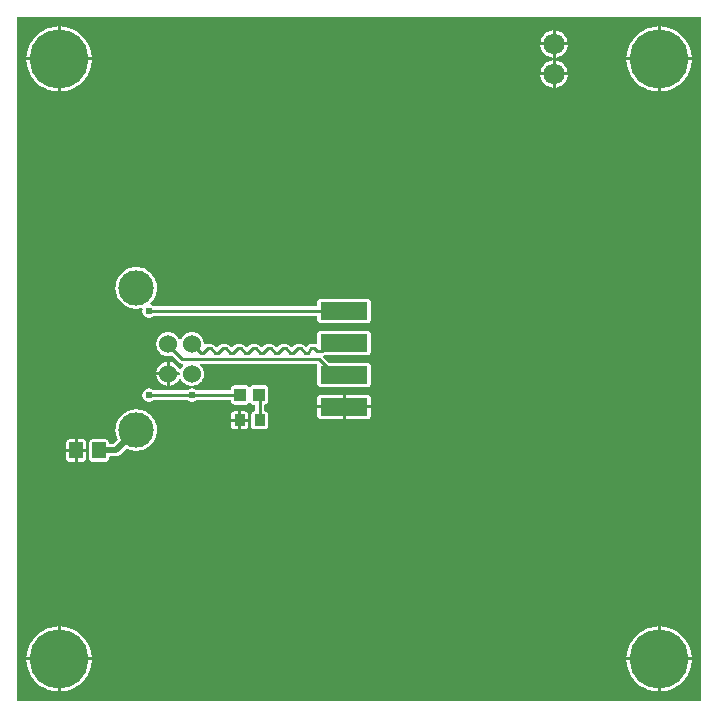
<source format=gtl>
G04 Layer: TopLayer*
G04 EasyEDA v6.5.34, 2023-08-21 18:11:39*
G04 18117bc33d304e9eae86a0e3f177fe8b,5a6b42c53f6a479593ecc07194224c93,10*
G04 Gerber Generator version 0.2*
G04 Scale: 100 percent, Rotated: No, Reflected: No *
G04 Dimensions in millimeters *
G04 leading zeros omitted , absolute positions ,4 integer and 5 decimal *
%FSLAX45Y45*%
%MOMM*%

%AMMACRO1*21,1,$1,$2,0,0,$3*%
%ADD10C,0.5000*%
%ADD11C,0.2540*%
%ADD12R,4.0000X1.5000*%
%ADD13MACRO1,1.377X1.1325X-90.0000*%
%ADD14R,0.8999X1.0000*%
%ADD15R,1.0000X1.1000*%
%ADD16C,3.0000*%
%ADD17C,1.5240*%
%ADD18C,5.0000*%
%ADD19C,1.8000*%
%ADD20C,0.6096*%
%ADD21C,0.0167*%

%LPD*%
G36*
X5805932Y25908D02*
G01*
X36068Y26416D01*
X32156Y27178D01*
X28905Y29362D01*
X26670Y32664D01*
X25908Y36576D01*
X25908Y5805932D01*
X26670Y5809792D01*
X28905Y5813094D01*
X32156Y5815330D01*
X36068Y5816092D01*
X5805932Y5816092D01*
X5809792Y5815330D01*
X5813094Y5813094D01*
X5815330Y5809792D01*
X5816092Y5805932D01*
X5816092Y36068D01*
X5815330Y32156D01*
X5813094Y28905D01*
X5809792Y26670D01*
G37*

%LPC*%
G36*
X4584700Y5600700D02*
G01*
X4687112Y5600700D01*
X4686960Y5602528D01*
X4684268Y5616803D01*
X4679746Y5630672D01*
X4673549Y5643829D01*
X4665776Y5656122D01*
X4656480Y5667349D01*
X4645863Y5677306D01*
X4634077Y5685840D01*
X4621326Y5692851D01*
X4607814Y5698236D01*
X4593691Y5701842D01*
X4584700Y5702960D01*
G37*
G36*
X5473700Y105562D02*
G01*
X5478322Y105664D01*
X5501284Y108051D01*
X5523992Y112369D01*
X5546242Y118618D01*
X5567883Y126644D01*
X5588812Y136499D01*
X5608828Y148031D01*
X5627776Y161239D01*
X5645607Y175971D01*
X5662117Y192125D01*
X5677204Y209600D01*
X5690819Y228295D01*
X5702757Y248107D01*
X5713018Y268782D01*
X5721553Y290271D01*
X5728208Y312369D01*
X5733034Y334975D01*
X5735929Y357886D01*
X5736336Y368300D01*
X5473700Y368300D01*
G37*
G36*
X5448300Y105613D02*
G01*
X5448300Y368300D01*
X5185410Y368300D01*
X5187289Y346405D01*
X5191099Y323646D01*
X5196890Y301244D01*
X5204460Y279450D01*
X5213858Y258317D01*
X5224983Y238099D01*
X5237784Y218846D01*
X5252161Y200710D01*
X5267960Y183896D01*
X5285130Y168402D01*
X5303520Y154432D01*
X5323027Y142036D01*
X5343499Y131368D01*
X5364835Y122377D01*
X5386781Y115265D01*
X5409285Y109982D01*
X5432145Y106629D01*
G37*
G36*
X368300Y105613D02*
G01*
X368300Y368300D01*
X105410Y368300D01*
X107289Y346405D01*
X111099Y323646D01*
X116890Y301244D01*
X124460Y279450D01*
X133858Y258317D01*
X144983Y238099D01*
X157784Y218846D01*
X172161Y200710D01*
X187960Y183896D01*
X205130Y168402D01*
X223520Y154432D01*
X243027Y142036D01*
X263499Y131368D01*
X284835Y122377D01*
X306781Y115265D01*
X329285Y109982D01*
X352145Y106629D01*
G37*
G36*
X393700Y393700D02*
G01*
X656336Y393700D01*
X655929Y404063D01*
X653034Y427024D01*
X648208Y449630D01*
X641553Y471728D01*
X633018Y493217D01*
X622757Y513892D01*
X610819Y533654D01*
X597204Y552348D01*
X582117Y569874D01*
X565607Y586028D01*
X547776Y600760D01*
X528828Y613968D01*
X508812Y625500D01*
X487883Y635355D01*
X466242Y643382D01*
X443992Y649630D01*
X421284Y653948D01*
X398322Y656336D01*
X393700Y656437D01*
G37*
G36*
X5473700Y393700D02*
G01*
X5736336Y393700D01*
X5735929Y404063D01*
X5733034Y427024D01*
X5728208Y449630D01*
X5721553Y471728D01*
X5713018Y493217D01*
X5702757Y513892D01*
X5690819Y533654D01*
X5677204Y552348D01*
X5662117Y569874D01*
X5645607Y586028D01*
X5627776Y600760D01*
X5608828Y613968D01*
X5588812Y625500D01*
X5567883Y635355D01*
X5546242Y643382D01*
X5523992Y649630D01*
X5501284Y653948D01*
X5478322Y656336D01*
X5473700Y656437D01*
G37*
G36*
X5185410Y393700D02*
G01*
X5448300Y393700D01*
X5448300Y656386D01*
X5432145Y655370D01*
X5409285Y652018D01*
X5386781Y646734D01*
X5364835Y639572D01*
X5343499Y630631D01*
X5323027Y619912D01*
X5303520Y607568D01*
X5285130Y593598D01*
X5267960Y578104D01*
X5252161Y561289D01*
X5237784Y543153D01*
X5224983Y523900D01*
X5213858Y503682D01*
X5204460Y482549D01*
X5196890Y460756D01*
X5191099Y438353D01*
X5187289Y415594D01*
G37*
G36*
X105410Y393700D02*
G01*
X368300Y393700D01*
X368300Y656386D01*
X352145Y655370D01*
X329285Y652018D01*
X306781Y646734D01*
X284835Y639572D01*
X263499Y630631D01*
X243027Y619912D01*
X223520Y607568D01*
X205130Y593598D01*
X187960Y578104D01*
X172161Y561289D01*
X157784Y543153D01*
X144983Y523900D01*
X133858Y503682D01*
X124460Y482549D01*
X116890Y460756D01*
X111099Y438353D01*
X107289Y415594D01*
G37*
G36*
X469646Y2051608D02*
G01*
X512978Y2051608D01*
X512978Y2133650D01*
X443179Y2133650D01*
X443179Y2078075D01*
X443890Y2071776D01*
X445770Y2066289D01*
X448868Y2061413D01*
X452932Y2057298D01*
X457860Y2054250D01*
X463296Y2052320D01*
G37*
G36*
X538378Y2051608D02*
G01*
X581761Y2051608D01*
X588060Y2052320D01*
X593547Y2054250D01*
X598424Y2057298D01*
X602538Y2061413D01*
X605586Y2066289D01*
X607517Y2071776D01*
X608228Y2078075D01*
X608228Y2133650D01*
X538378Y2133650D01*
G37*
G36*
X662889Y2051608D02*
G01*
X775004Y2051608D01*
X781304Y2052320D01*
X786790Y2054250D01*
X791667Y2057298D01*
X795782Y2061413D01*
X798880Y2066289D01*
X800760Y2071776D01*
X801471Y2078075D01*
X801471Y2085238D01*
X802233Y2089150D01*
X804468Y2092452D01*
X807770Y2094636D01*
X811631Y2095398D01*
X861618Y2095398D01*
X866292Y2095601D01*
X870661Y2096211D01*
X875030Y2097125D01*
X879246Y2098497D01*
X883361Y2100173D01*
X887272Y2102256D01*
X891032Y2104644D01*
X894537Y2107336D01*
X897991Y2110486D01*
X946403Y2158898D01*
X949909Y2161184D01*
X954074Y2161844D01*
X958138Y2160778D01*
X964082Y2157831D01*
X980998Y2151430D01*
X998524Y2146808D01*
X1016406Y2144014D01*
X1034491Y2143099D01*
X1052576Y2144014D01*
X1070508Y2146808D01*
X1087983Y2151430D01*
X1104950Y2157831D01*
X1121156Y2165908D01*
X1136446Y2175662D01*
X1150620Y2186889D01*
X1163624Y2199538D01*
X1175207Y2213406D01*
X1185316Y2228443D01*
X1193800Y2244445D01*
X1200658Y2261209D01*
X1205687Y2278583D01*
X1208938Y2296414D01*
X1210360Y2314448D01*
X1209903Y2332583D01*
X1207566Y2350516D01*
X1203401Y2368143D01*
X1197457Y2385263D01*
X1189786Y2401671D01*
X1180439Y2417165D01*
X1169568Y2431694D01*
X1157274Y2444953D01*
X1143660Y2456942D01*
X1128928Y2467406D01*
X1113180Y2476347D01*
X1096568Y2483561D01*
X1079296Y2489098D01*
X1061567Y2492806D01*
X1043584Y2494635D01*
X1025448Y2494635D01*
X1007465Y2492806D01*
X989736Y2489098D01*
X972464Y2483561D01*
X955852Y2476347D01*
X940104Y2467406D01*
X925372Y2456942D01*
X911758Y2444953D01*
X899464Y2431694D01*
X888593Y2417165D01*
X879246Y2401671D01*
X871575Y2385263D01*
X865632Y2368143D01*
X861466Y2350516D01*
X859129Y2332583D01*
X858672Y2314448D01*
X860094Y2296414D01*
X863346Y2278583D01*
X868375Y2261209D01*
X875182Y2244445D01*
X876096Y2242769D01*
X877265Y2238603D01*
X876655Y2234387D01*
X874318Y2230780D01*
X843737Y2200198D01*
X840435Y2198014D01*
X836523Y2197201D01*
X811631Y2197201D01*
X807770Y2198014D01*
X804468Y2200198D01*
X802233Y2203500D01*
X801471Y2207361D01*
X801471Y2214626D01*
X800760Y2220976D01*
X798880Y2226411D01*
X795782Y2231339D01*
X791667Y2235403D01*
X786790Y2238502D01*
X781304Y2240432D01*
X775004Y2241143D01*
X662889Y2241143D01*
X656590Y2240432D01*
X651103Y2238502D01*
X646226Y2235403D01*
X642112Y2231339D01*
X639013Y2226411D01*
X637133Y2220976D01*
X636422Y2214626D01*
X636422Y2078075D01*
X637133Y2071776D01*
X639013Y2066289D01*
X642112Y2061413D01*
X646226Y2057298D01*
X651103Y2054250D01*
X656590Y2052320D01*
G37*
G36*
X4456887Y5600700D02*
G01*
X4559300Y5600700D01*
X4559300Y5702960D01*
X4550308Y5701842D01*
X4536186Y5698236D01*
X4522673Y5692851D01*
X4509922Y5685840D01*
X4498136Y5677306D01*
X4487519Y5667349D01*
X4478223Y5656122D01*
X4470450Y5643829D01*
X4464253Y5630672D01*
X4459732Y5616803D01*
X4457039Y5602528D01*
G37*
G36*
X443179Y2159050D02*
G01*
X512978Y2159050D01*
X512978Y2241143D01*
X469646Y2241143D01*
X463296Y2240432D01*
X457860Y2238502D01*
X452932Y2235403D01*
X448868Y2231339D01*
X445770Y2226411D01*
X443890Y2220976D01*
X443179Y2214626D01*
G37*
G36*
X538378Y2159050D02*
G01*
X608228Y2159050D01*
X608228Y2214626D01*
X607517Y2220976D01*
X605586Y2226411D01*
X602538Y2231339D01*
X598424Y2235403D01*
X593547Y2238502D01*
X588060Y2240432D01*
X581761Y2241143D01*
X538378Y2241143D01*
G37*
G36*
X5185410Y5473700D02*
G01*
X5448300Y5473700D01*
X5448300Y5736386D01*
X5432145Y5735370D01*
X5409285Y5732018D01*
X5386781Y5726734D01*
X5364835Y5719572D01*
X5343499Y5710631D01*
X5323027Y5699912D01*
X5303520Y5687568D01*
X5285130Y5673598D01*
X5267960Y5658104D01*
X5252161Y5641289D01*
X5237784Y5623153D01*
X5224983Y5603900D01*
X5213858Y5583682D01*
X5204460Y5562549D01*
X5196890Y5540756D01*
X5191099Y5518353D01*
X5187289Y5495594D01*
G37*
G36*
X1864461Y2324404D02*
G01*
X1896211Y2324404D01*
X1896211Y2387600D01*
X1837994Y2387600D01*
X1837994Y2350871D01*
X1838706Y2344521D01*
X1840636Y2339086D01*
X1843684Y2334209D01*
X1847799Y2330094D01*
X1852675Y2326995D01*
X1858162Y2325116D01*
G37*
G36*
X1921611Y2324404D02*
G01*
X1953310Y2324404D01*
X1959660Y2325116D01*
X1965096Y2326995D01*
X1970024Y2330094D01*
X1974088Y2334209D01*
X1977186Y2339086D01*
X1979066Y2344521D01*
X1979777Y2350871D01*
X1979777Y2387600D01*
X1921611Y2387600D01*
G37*
G36*
X2034489Y2324404D02*
G01*
X2123338Y2324404D01*
X2129637Y2325116D01*
X2135124Y2326995D01*
X2140000Y2330094D01*
X2144115Y2334209D01*
X2147163Y2339086D01*
X2149094Y2344521D01*
X2149805Y2350871D01*
X2149805Y2449728D01*
X2149094Y2456027D01*
X2147163Y2461514D01*
X2144115Y2466390D01*
X2140000Y2470505D01*
X2135124Y2473604D01*
X2129637Y2475484D01*
X2126538Y2475839D01*
X2122982Y2476906D01*
X2120087Y2479192D01*
X2118156Y2482342D01*
X2117496Y2485948D01*
X2117496Y2525572D01*
X2118156Y2529179D01*
X2120087Y2532329D01*
X2122982Y2534564D01*
X2126538Y2535631D01*
X2129637Y2535986D01*
X2135124Y2537917D01*
X2140000Y2541016D01*
X2144115Y2545080D01*
X2147163Y2550007D01*
X2149094Y2555443D01*
X2149805Y2561793D01*
X2149805Y2670606D01*
X2149094Y2676956D01*
X2147163Y2682392D01*
X2144115Y2687320D01*
X2140000Y2691384D01*
X2135124Y2694482D01*
X2129637Y2696413D01*
X2123338Y2697124D01*
X2024481Y2697124D01*
X2018131Y2696413D01*
X2012696Y2694482D01*
X2007768Y2691384D01*
X2003704Y2687320D01*
X2002485Y2685440D01*
X1999691Y2682494D01*
X1995932Y2680868D01*
X1991868Y2680868D01*
X1988108Y2682494D01*
X1985314Y2685440D01*
X1984095Y2687320D01*
X1980031Y2691384D01*
X1975104Y2694482D01*
X1969668Y2696413D01*
X1963318Y2697124D01*
X1864461Y2697124D01*
X1858162Y2696413D01*
X1852675Y2694482D01*
X1847799Y2691384D01*
X1843684Y2687320D01*
X1840636Y2682392D01*
X1838706Y2676956D01*
X1837994Y2670606D01*
X1837994Y2665018D01*
X1837232Y2661107D01*
X1835048Y2657856D01*
X1831746Y2655620D01*
X1827834Y2654858D01*
X1550466Y2654858D01*
X1546555Y2655620D01*
X1543253Y2657856D01*
X1541729Y2659380D01*
X1533702Y2665018D01*
X1524762Y2669133D01*
X1515313Y2671673D01*
X1505508Y2672537D01*
X1495704Y2671673D01*
X1486255Y2669133D01*
X1477314Y2665018D01*
X1469288Y2659380D01*
X1467764Y2657856D01*
X1464462Y2655620D01*
X1460550Y2654858D01*
X1187958Y2654858D01*
X1184046Y2655620D01*
X1180744Y2657856D01*
X1179220Y2659380D01*
X1171194Y2665018D01*
X1162253Y2669133D01*
X1152804Y2671673D01*
X1143000Y2672537D01*
X1133195Y2671673D01*
X1123746Y2669133D01*
X1114806Y2665018D01*
X1106779Y2659380D01*
X1099820Y2652420D01*
X1094181Y2644394D01*
X1090066Y2635453D01*
X1087526Y2626004D01*
X1086662Y2616200D01*
X1087526Y2606395D01*
X1090066Y2596946D01*
X1094181Y2588006D01*
X1099820Y2579979D01*
X1106779Y2573020D01*
X1114806Y2567381D01*
X1123746Y2563266D01*
X1133195Y2560726D01*
X1143000Y2559862D01*
X1152804Y2560726D01*
X1162253Y2563266D01*
X1171194Y2567381D01*
X1179220Y2573020D01*
X1180846Y2574645D01*
X1184148Y2576880D01*
X1188059Y2577642D01*
X1460449Y2577642D01*
X1464360Y2576880D01*
X1467662Y2574645D01*
X1469288Y2573020D01*
X1477314Y2567381D01*
X1486255Y2563266D01*
X1495704Y2560726D01*
X1505508Y2559862D01*
X1515313Y2560726D01*
X1524762Y2563266D01*
X1533702Y2567381D01*
X1541729Y2573020D01*
X1543354Y2574645D01*
X1546656Y2576880D01*
X1550568Y2577642D01*
X1827834Y2577642D01*
X1831746Y2576880D01*
X1835048Y2574645D01*
X1837232Y2571394D01*
X1837994Y2567482D01*
X1837994Y2561793D01*
X1838706Y2555443D01*
X1840636Y2550007D01*
X1843684Y2545080D01*
X1847799Y2541016D01*
X1852675Y2537917D01*
X1858162Y2535986D01*
X1864461Y2535275D01*
X1963318Y2535275D01*
X1969668Y2535986D01*
X1975104Y2537917D01*
X1980031Y2541016D01*
X1984095Y2545080D01*
X1985314Y2546959D01*
X1988108Y2549906D01*
X1991868Y2551531D01*
X1995932Y2551531D01*
X1999691Y2549906D01*
X2002485Y2546959D01*
X2003704Y2545080D01*
X2007768Y2541016D01*
X2012696Y2537917D01*
X2018131Y2535986D01*
X2024481Y2535275D01*
X2030120Y2535275D01*
X2034032Y2534513D01*
X2037334Y2532329D01*
X2039518Y2529027D01*
X2040280Y2525115D01*
X2040280Y2485948D01*
X2039620Y2482291D01*
X2037689Y2479192D01*
X2034793Y2476906D01*
X2031238Y2475839D01*
X2028139Y2475484D01*
X2022703Y2473604D01*
X2017775Y2470505D01*
X2013712Y2466390D01*
X2010613Y2461514D01*
X2008682Y2456027D01*
X2007971Y2449728D01*
X2007971Y2350871D01*
X2008682Y2344521D01*
X2010613Y2339086D01*
X2013712Y2334209D01*
X2017775Y2330094D01*
X2022703Y2326995D01*
X2028139Y2325116D01*
G37*
G36*
X1837994Y2413000D02*
G01*
X1896211Y2413000D01*
X1896211Y2476195D01*
X1864461Y2476195D01*
X1858162Y2475484D01*
X1852675Y2473604D01*
X1847799Y2470505D01*
X1843684Y2466390D01*
X1840636Y2461514D01*
X1838706Y2456027D01*
X1837994Y2449728D01*
G37*
G36*
X1921611Y2413000D02*
G01*
X1979777Y2413000D01*
X1979777Y2449728D01*
X1979066Y2456027D01*
X1977186Y2461514D01*
X1974088Y2466390D01*
X1970024Y2470505D01*
X1965096Y2473604D01*
X1959660Y2475484D01*
X1953310Y2476195D01*
X1921611Y2476195D01*
G37*
G36*
X2594559Y2413762D02*
G01*
X2781300Y2413762D01*
X2781300Y2501950D01*
X2568092Y2501950D01*
X2568092Y2440228D01*
X2568803Y2433929D01*
X2570734Y2428443D01*
X2573832Y2423566D01*
X2577896Y2419451D01*
X2582824Y2416352D01*
X2588260Y2414473D01*
G37*
G36*
X2806700Y2413762D02*
G01*
X2993440Y2413762D01*
X2999740Y2414473D01*
X3005226Y2416352D01*
X3010103Y2419451D01*
X3014218Y2423566D01*
X3017316Y2428443D01*
X3019196Y2433929D01*
X3019907Y2440228D01*
X3019907Y2501950D01*
X2806700Y2501950D01*
G37*
G36*
X2806700Y2527350D02*
G01*
X3019907Y2527350D01*
X3019907Y2589072D01*
X3019196Y2595422D01*
X3017316Y2600858D01*
X3014218Y2605786D01*
X3010103Y2609850D01*
X3005226Y2612948D01*
X2999740Y2614879D01*
X2993440Y2615590D01*
X2806700Y2615590D01*
G37*
G36*
X2568092Y2527350D02*
G01*
X2781300Y2527350D01*
X2781300Y2615590D01*
X2594559Y2615590D01*
X2588260Y2614879D01*
X2582824Y2612948D01*
X2577896Y2609850D01*
X2573832Y2605786D01*
X2570734Y2600858D01*
X2568803Y2595422D01*
X2568092Y2589072D01*
G37*
G36*
X105410Y5473700D02*
G01*
X368300Y5473700D01*
X368300Y5736386D01*
X352145Y5735370D01*
X329285Y5732018D01*
X306781Y5726734D01*
X284835Y5719572D01*
X263499Y5710631D01*
X243027Y5699912D01*
X223520Y5687568D01*
X205130Y5673598D01*
X187960Y5658104D01*
X172161Y5641289D01*
X157784Y5623153D01*
X144983Y5603900D01*
X133858Y5583682D01*
X124460Y5562549D01*
X116890Y5540756D01*
X111099Y5518353D01*
X107289Y5495594D01*
G37*
G36*
X393700Y5473700D02*
G01*
X656336Y5473700D01*
X655929Y5484063D01*
X653034Y5507024D01*
X648208Y5529630D01*
X641553Y5551728D01*
X633018Y5573217D01*
X622757Y5593892D01*
X610819Y5613654D01*
X597204Y5632348D01*
X582117Y5649874D01*
X565607Y5666028D01*
X547776Y5680760D01*
X528828Y5693968D01*
X508812Y5705500D01*
X487883Y5715355D01*
X466242Y5723382D01*
X443992Y5729630D01*
X421284Y5733948D01*
X398322Y5736336D01*
X393700Y5736437D01*
G37*
G36*
X5473700Y5473700D02*
G01*
X5736336Y5473700D01*
X5735929Y5484063D01*
X5733034Y5507024D01*
X5728208Y5529630D01*
X5721553Y5551728D01*
X5713018Y5573217D01*
X5702757Y5593892D01*
X5690819Y5613654D01*
X5677204Y5632348D01*
X5662117Y5649874D01*
X5645607Y5666028D01*
X5627776Y5680760D01*
X5608828Y5693968D01*
X5588812Y5705500D01*
X5567883Y5715355D01*
X5546242Y5723382D01*
X5523992Y5729630D01*
X5501284Y5733948D01*
X5478322Y5736336D01*
X5473700Y5736437D01*
G37*
G36*
X4559300Y5473039D02*
G01*
X4559300Y5575300D01*
X4456887Y5575300D01*
X4457039Y5573471D01*
X4459732Y5559196D01*
X4464253Y5545328D01*
X4470450Y5532170D01*
X4478223Y5519877D01*
X4487519Y5508650D01*
X4498136Y5498693D01*
X4509922Y5490159D01*
X4522673Y5483148D01*
X4536186Y5477764D01*
X4550308Y5474157D01*
G37*
G36*
X4584700Y5473039D02*
G01*
X4593691Y5474157D01*
X4607814Y5477764D01*
X4621326Y5483148D01*
X4634077Y5490159D01*
X4645863Y5498693D01*
X4656480Y5508650D01*
X4665776Y5519877D01*
X4673549Y5532170D01*
X4679746Y5545328D01*
X4684268Y5559196D01*
X4686960Y5573471D01*
X4687112Y5575300D01*
X4584700Y5575300D01*
G37*
G36*
X4456887Y5346700D02*
G01*
X4559300Y5346700D01*
X4559300Y5448960D01*
X4550308Y5447842D01*
X4536186Y5444236D01*
X4522673Y5438851D01*
X4509922Y5431840D01*
X4498136Y5423306D01*
X4487519Y5413349D01*
X4478223Y5402122D01*
X4470450Y5389829D01*
X4464253Y5376672D01*
X4459732Y5362803D01*
X4457039Y5348528D01*
G37*
G36*
X2594559Y2684678D02*
G01*
X2993440Y2684678D01*
X2999740Y2685389D01*
X3005226Y2687320D01*
X3010103Y2690368D01*
X3014218Y2694482D01*
X3017316Y2699359D01*
X3019196Y2704846D01*
X3019907Y2711145D01*
X3019907Y2860040D01*
X3019196Y2866339D01*
X3017316Y2871825D01*
X3014218Y2876702D01*
X3010103Y2880817D01*
X3005226Y2883865D01*
X2999740Y2885795D01*
X2993440Y2886506D01*
X2671368Y2886506D01*
X2667457Y2887268D01*
X2664155Y2889504D01*
X2619349Y2934360D01*
X2616962Y2938119D01*
X2616454Y2942539D01*
X2617825Y2946755D01*
X2620924Y2950006D01*
X2626817Y2953918D01*
X2629509Y2955188D01*
X2632405Y2955594D01*
X2993440Y2955594D01*
X2999740Y2956306D01*
X3005226Y2958236D01*
X3010103Y2961335D01*
X3014218Y2965399D01*
X3017316Y2970326D01*
X3019196Y2975762D01*
X3019907Y2982112D01*
X3019907Y3130956D01*
X3019196Y3137255D01*
X3017316Y3142742D01*
X3014218Y3147618D01*
X3010103Y3151733D01*
X3005226Y3154832D01*
X2999740Y3156712D01*
X2993440Y3157423D01*
X2594559Y3157423D01*
X2588260Y3156712D01*
X2582824Y3154832D01*
X2577896Y3151733D01*
X2573832Y3147618D01*
X2570734Y3142742D01*
X2568803Y3137255D01*
X2568092Y3130956D01*
X2568092Y3055213D01*
X2567381Y3051505D01*
X2565400Y3048304D01*
X2562402Y3046069D01*
X2558745Y3045104D01*
X2554986Y3045510D01*
X2547518Y3047746D01*
X2539492Y3048558D01*
X2515108Y3048558D01*
X2507081Y3047746D01*
X2499868Y3045561D01*
X2493162Y3042005D01*
X2487320Y3037230D01*
X2482240Y3030982D01*
X2479903Y3027527D01*
X2476703Y3024428D01*
X2472486Y3023057D01*
X2468016Y3023616D01*
X2464257Y3025952D01*
X2453335Y3036874D01*
X2447137Y3042005D01*
X2440432Y3045561D01*
X2433218Y3047746D01*
X2425192Y3048558D01*
X2400808Y3048558D01*
X2392781Y3047746D01*
X2385568Y3045561D01*
X2378862Y3042005D01*
X2372664Y3036874D01*
X2356662Y3020923D01*
X2353411Y3018739D01*
X2349500Y3017977D01*
X2345588Y3018739D01*
X2342337Y3020923D01*
X2326335Y3036874D01*
X2320137Y3042005D01*
X2313432Y3045561D01*
X2306218Y3047746D01*
X2298192Y3048558D01*
X2273808Y3048558D01*
X2265781Y3047746D01*
X2258568Y3045561D01*
X2251862Y3042005D01*
X2245664Y3036874D01*
X2229662Y3020923D01*
X2226411Y3018739D01*
X2222500Y3017977D01*
X2218588Y3018739D01*
X2215337Y3020923D01*
X2199335Y3036874D01*
X2193137Y3042005D01*
X2186432Y3045561D01*
X2179218Y3047746D01*
X2171192Y3048558D01*
X2146808Y3048558D01*
X2138781Y3047746D01*
X2131568Y3045561D01*
X2124862Y3042005D01*
X2118664Y3036874D01*
X2102662Y3020923D01*
X2099411Y3018739D01*
X2095500Y3017977D01*
X2091588Y3018739D01*
X2088337Y3020923D01*
X2072335Y3036874D01*
X2066137Y3042005D01*
X2059432Y3045561D01*
X2052218Y3047746D01*
X2044192Y3048558D01*
X2019807Y3048558D01*
X2011781Y3047746D01*
X2004568Y3045561D01*
X1997862Y3042005D01*
X1991664Y3036874D01*
X1975662Y3020923D01*
X1972411Y3018739D01*
X1968500Y3017977D01*
X1964588Y3018739D01*
X1961337Y3020923D01*
X1945335Y3036874D01*
X1939137Y3042005D01*
X1932432Y3045561D01*
X1925218Y3047746D01*
X1917192Y3048558D01*
X1892807Y3048558D01*
X1884781Y3047746D01*
X1877568Y3045561D01*
X1870862Y3042005D01*
X1864664Y3036874D01*
X1848662Y3020923D01*
X1845411Y3018739D01*
X1841500Y3017977D01*
X1837588Y3018739D01*
X1834337Y3020923D01*
X1818335Y3036874D01*
X1812137Y3042005D01*
X1805432Y3045561D01*
X1798218Y3047746D01*
X1790192Y3048558D01*
X1765807Y3048558D01*
X1757781Y3047746D01*
X1750568Y3045561D01*
X1743862Y3042005D01*
X1737664Y3036874D01*
X1721662Y3020923D01*
X1718411Y3018739D01*
X1714500Y3017977D01*
X1710588Y3018739D01*
X1707337Y3020923D01*
X1691335Y3036874D01*
X1685137Y3042005D01*
X1678432Y3045561D01*
X1671218Y3047746D01*
X1663192Y3048558D01*
X1638807Y3048558D01*
X1630781Y3047746D01*
X1623568Y3045561D01*
X1618284Y3043631D01*
X1614373Y3044037D01*
X1610868Y3045917D01*
X1608378Y3048965D01*
X1607210Y3052724D01*
X1606194Y3062986D01*
X1602994Y3076244D01*
X1598117Y3088944D01*
X1591564Y3100933D01*
X1583486Y3111906D01*
X1573987Y3121710D01*
X1563268Y3130143D01*
X1551533Y3137103D01*
X1538986Y3142437D01*
X1525828Y3146044D01*
X1512316Y3147872D01*
X1498701Y3147872D01*
X1485188Y3146044D01*
X1472031Y3142437D01*
X1459484Y3137103D01*
X1447749Y3130143D01*
X1437030Y3121710D01*
X1427530Y3111906D01*
X1419453Y3100933D01*
X1414424Y3091738D01*
X1411579Y3088487D01*
X1407668Y3086658D01*
X1403350Y3086658D01*
X1399438Y3088487D01*
X1396593Y3091738D01*
X1391564Y3100933D01*
X1383487Y3111906D01*
X1373987Y3121710D01*
X1363268Y3130143D01*
X1351534Y3137103D01*
X1338986Y3142437D01*
X1325829Y3146044D01*
X1312316Y3147872D01*
X1298702Y3147872D01*
X1285189Y3146044D01*
X1272032Y3142437D01*
X1259484Y3137103D01*
X1247749Y3130143D01*
X1237030Y3121710D01*
X1227531Y3111906D01*
X1219454Y3100933D01*
X1212900Y3088944D01*
X1208024Y3076244D01*
X1204823Y3062986D01*
X1203502Y3049422D01*
X1203909Y3035757D01*
X1206195Y3022346D01*
X1210259Y3009290D01*
X1215999Y2996946D01*
X1223314Y2985465D01*
X1232103Y2975051D01*
X1242263Y2965856D01*
X1253490Y2958185D01*
X1265631Y2951988D01*
X1278534Y2947517D01*
X1291894Y2944825D01*
X1305509Y2943910D01*
X1319123Y2944825D01*
X1333042Y2947720D01*
X1336751Y2948279D01*
X1340408Y2947416D01*
X1343558Y2945333D01*
X1394764Y2894126D01*
X1400962Y2888996D01*
X1407668Y2885440D01*
X1414830Y2883255D01*
X1424330Y2882392D01*
X1427988Y2881376D01*
X1430985Y2879090D01*
X1432966Y2875838D01*
X1433576Y2872079D01*
X1432814Y2868371D01*
X1430731Y2865221D01*
X1427530Y2861919D01*
X1419453Y2850946D01*
X1414424Y2841752D01*
X1411579Y2838500D01*
X1407668Y2836672D01*
X1403350Y2836672D01*
X1399438Y2838500D01*
X1396593Y2841752D01*
X1391564Y2850946D01*
X1383487Y2861919D01*
X1373987Y2871724D01*
X1363268Y2880156D01*
X1351534Y2887116D01*
X1338986Y2892450D01*
X1325829Y2896057D01*
X1318209Y2897073D01*
X1318209Y2808732D01*
X1393342Y2808732D01*
X1397152Y2807970D01*
X1400403Y2805836D01*
X1402638Y2802686D01*
X1403502Y2798876D01*
X1403654Y2793796D01*
X1402994Y2789834D01*
X1400810Y2786430D01*
X1397457Y2784094D01*
X1393494Y2783332D01*
X1318209Y2783332D01*
X1318209Y2694787D01*
X1332484Y2697530D01*
X1345336Y2702001D01*
X1357528Y2708198D01*
X1368755Y2715869D01*
X1378864Y2725064D01*
X1387703Y2735478D01*
X1395018Y2746959D01*
X1396288Y2749651D01*
X1398524Y2752750D01*
X1401724Y2754833D01*
X1405483Y2755544D01*
X1409242Y2754833D01*
X1412494Y2752750D01*
X1414729Y2749651D01*
X1415999Y2746959D01*
X1423314Y2735478D01*
X1432102Y2725064D01*
X1442262Y2715869D01*
X1453489Y2708198D01*
X1465630Y2702001D01*
X1478534Y2697530D01*
X1491894Y2694838D01*
X1505508Y2693924D01*
X1519123Y2694838D01*
X1532483Y2697530D01*
X1545336Y2702001D01*
X1557528Y2708198D01*
X1568754Y2715869D01*
X1578864Y2725064D01*
X1587703Y2735478D01*
X1595018Y2746959D01*
X1600758Y2759303D01*
X1604822Y2772359D01*
X1607058Y2785770D01*
X1607515Y2799435D01*
X1606194Y2812999D01*
X1602994Y2826258D01*
X1598117Y2838958D01*
X1591564Y2850946D01*
X1583486Y2861919D01*
X1580286Y2865221D01*
X1578152Y2868523D01*
X1577390Y2872384D01*
X1578203Y2876245D01*
X1580438Y2879496D01*
X1583690Y2881680D01*
X1587550Y2882442D01*
X2557881Y2882442D01*
X2561742Y2881680D01*
X2565044Y2879445D01*
X2566720Y2877769D01*
X2568854Y2874670D01*
X2569718Y2870962D01*
X2568803Y2866339D01*
X2568092Y2860040D01*
X2568092Y2711145D01*
X2568803Y2704846D01*
X2570734Y2699359D01*
X2573832Y2694482D01*
X2577896Y2690368D01*
X2582824Y2687320D01*
X2588260Y2685389D01*
G37*
G36*
X4584700Y5346700D02*
G01*
X4687112Y5346700D01*
X4686960Y5348528D01*
X4684268Y5362803D01*
X4679746Y5376672D01*
X4673549Y5389829D01*
X4665776Y5402122D01*
X4656480Y5413349D01*
X4645863Y5423306D01*
X4634077Y5431840D01*
X4621326Y5438851D01*
X4607814Y5444236D01*
X4593691Y5447842D01*
X4584700Y5448960D01*
G37*
G36*
X1292809Y2694787D02*
G01*
X1292809Y2783332D01*
X1204366Y2783332D01*
X1206195Y2772359D01*
X1210259Y2759303D01*
X1215999Y2746959D01*
X1223314Y2735478D01*
X1232103Y2725064D01*
X1242263Y2715869D01*
X1253490Y2708198D01*
X1265631Y2702001D01*
X1278534Y2697530D01*
G37*
G36*
X393700Y105562D02*
G01*
X398322Y105664D01*
X421284Y108051D01*
X443992Y112369D01*
X466242Y118618D01*
X487883Y126644D01*
X508812Y136499D01*
X528828Y148031D01*
X547776Y161239D01*
X565607Y175971D01*
X582117Y192125D01*
X597204Y209600D01*
X610819Y228295D01*
X622757Y248107D01*
X633018Y268782D01*
X641553Y290271D01*
X648208Y312369D01*
X653034Y334975D01*
X655929Y357886D01*
X656336Y368300D01*
X393700Y368300D01*
G37*
G36*
X1204417Y2808732D02*
G01*
X1292809Y2808732D01*
X1292809Y2897073D01*
X1285189Y2896057D01*
X1272032Y2892450D01*
X1259484Y2887116D01*
X1247749Y2880156D01*
X1237030Y2871724D01*
X1227531Y2861919D01*
X1219454Y2850946D01*
X1212900Y2838958D01*
X1208024Y2826258D01*
X1204823Y2812999D01*
G37*
G36*
X4559300Y5219039D02*
G01*
X4559300Y5321300D01*
X4456887Y5321300D01*
X4457039Y5319471D01*
X4459732Y5305196D01*
X4464253Y5291328D01*
X4470450Y5278170D01*
X4478223Y5265877D01*
X4487519Y5254650D01*
X4498136Y5244693D01*
X4509922Y5236159D01*
X4522673Y5229148D01*
X4536186Y5223764D01*
X4550308Y5220157D01*
G37*
G36*
X4584700Y5219039D02*
G01*
X4593691Y5220157D01*
X4607814Y5223764D01*
X4621326Y5229148D01*
X4634077Y5236159D01*
X4645863Y5244693D01*
X4656480Y5254650D01*
X4665776Y5265877D01*
X4673549Y5278170D01*
X4679746Y5291328D01*
X4684268Y5305196D01*
X4686960Y5319471D01*
X4687112Y5321300D01*
X4584700Y5321300D01*
G37*
G36*
X5448300Y5185613D02*
G01*
X5448300Y5448300D01*
X5185410Y5448300D01*
X5187289Y5426405D01*
X5191099Y5403646D01*
X5196890Y5381244D01*
X5204460Y5359450D01*
X5213858Y5338318D01*
X5224983Y5318099D01*
X5237784Y5298846D01*
X5252161Y5280710D01*
X5267960Y5263896D01*
X5285130Y5248402D01*
X5303520Y5234432D01*
X5323027Y5222036D01*
X5343499Y5211368D01*
X5364835Y5202377D01*
X5386781Y5195265D01*
X5409285Y5189982D01*
X5432145Y5186629D01*
G37*
G36*
X368300Y5185613D02*
G01*
X368300Y5448300D01*
X105410Y5448300D01*
X107289Y5426405D01*
X111099Y5403646D01*
X116890Y5381244D01*
X124460Y5359450D01*
X133858Y5338318D01*
X144983Y5318099D01*
X157784Y5298846D01*
X172161Y5280710D01*
X187960Y5263896D01*
X205130Y5248402D01*
X223520Y5234432D01*
X243027Y5222036D01*
X263499Y5211368D01*
X284835Y5202377D01*
X306781Y5195265D01*
X329285Y5189982D01*
X352145Y5186629D01*
G37*
G36*
X393700Y5185562D02*
G01*
X398322Y5185664D01*
X421284Y5188051D01*
X443992Y5192369D01*
X466242Y5198618D01*
X487883Y5206644D01*
X508812Y5216499D01*
X528828Y5228031D01*
X547776Y5241239D01*
X565607Y5255971D01*
X582117Y5272125D01*
X597204Y5289600D01*
X610819Y5308295D01*
X622757Y5328107D01*
X633018Y5348782D01*
X641553Y5370271D01*
X648208Y5392369D01*
X653034Y5414975D01*
X655929Y5437886D01*
X656336Y5448300D01*
X393700Y5448300D01*
G37*
G36*
X5473700Y5185562D02*
G01*
X5478322Y5185664D01*
X5501284Y5188051D01*
X5523992Y5192369D01*
X5546242Y5198618D01*
X5567883Y5206644D01*
X5588812Y5216499D01*
X5608828Y5228031D01*
X5627776Y5241239D01*
X5645607Y5255971D01*
X5662117Y5272125D01*
X5677204Y5289600D01*
X5690819Y5308295D01*
X5702757Y5328107D01*
X5713018Y5348782D01*
X5721553Y5370271D01*
X5728208Y5392369D01*
X5733034Y5414975D01*
X5735929Y5437886D01*
X5736336Y5448300D01*
X5473700Y5448300D01*
G37*
G36*
X2594559Y3226562D02*
G01*
X2993440Y3226562D01*
X2999740Y3227273D01*
X3005226Y3229152D01*
X3010103Y3232251D01*
X3014218Y3236366D01*
X3017316Y3241243D01*
X3019196Y3246729D01*
X3019907Y3253028D01*
X3019907Y3401872D01*
X3019196Y3408222D01*
X3017316Y3413658D01*
X3014218Y3418586D01*
X3010103Y3422650D01*
X3005226Y3425748D01*
X2999740Y3427679D01*
X2993440Y3428390D01*
X2594559Y3428390D01*
X2588260Y3427679D01*
X2582824Y3425748D01*
X2577896Y3422650D01*
X2573832Y3418586D01*
X2570734Y3413658D01*
X2568803Y3408222D01*
X2568092Y3401872D01*
X2568092Y3376218D01*
X2567330Y3372307D01*
X2565146Y3369056D01*
X2561844Y3366820D01*
X2557932Y3366058D01*
X1187958Y3366058D01*
X1184046Y3366820D01*
X1180744Y3369056D01*
X1179220Y3370579D01*
X1171194Y3376218D01*
X1161897Y3380435D01*
X1158138Y3382365D01*
X1155446Y3385718D01*
X1154379Y3389782D01*
X1155090Y3393998D01*
X1157478Y3397554D01*
X1163624Y3403549D01*
X1175207Y3417417D01*
X1185316Y3432454D01*
X1193800Y3448456D01*
X1200658Y3465220D01*
X1205687Y3482594D01*
X1208938Y3500424D01*
X1210360Y3518458D01*
X1209903Y3536594D01*
X1207566Y3554526D01*
X1203401Y3572154D01*
X1197457Y3589274D01*
X1189786Y3605682D01*
X1180439Y3621176D01*
X1169568Y3635705D01*
X1157274Y3648964D01*
X1143660Y3660952D01*
X1128928Y3671417D01*
X1113180Y3680358D01*
X1096568Y3687572D01*
X1079296Y3693109D01*
X1061567Y3696817D01*
X1043584Y3698646D01*
X1025448Y3698646D01*
X1007465Y3696817D01*
X989736Y3693109D01*
X972464Y3687572D01*
X955852Y3680358D01*
X940104Y3671417D01*
X925372Y3660952D01*
X911758Y3648964D01*
X899464Y3635705D01*
X888593Y3621176D01*
X879246Y3605682D01*
X871575Y3589274D01*
X865632Y3572154D01*
X861466Y3554526D01*
X859129Y3536594D01*
X858672Y3518458D01*
X860094Y3500424D01*
X863346Y3482594D01*
X868375Y3465220D01*
X875182Y3448456D01*
X883716Y3432454D01*
X893826Y3417417D01*
X905408Y3403549D01*
X918413Y3390900D01*
X932586Y3379673D01*
X947877Y3369919D01*
X964082Y3361842D01*
X980998Y3355441D01*
X998524Y3350818D01*
X1016406Y3348024D01*
X1034491Y3347110D01*
X1052576Y3348024D01*
X1070508Y3350818D01*
X1075791Y3352241D01*
X1080008Y3352444D01*
X1083919Y3350920D01*
X1086916Y3347923D01*
X1088440Y3343960D01*
X1088186Y3339795D01*
X1087526Y3337204D01*
X1086662Y3327400D01*
X1087526Y3317595D01*
X1090066Y3308146D01*
X1094181Y3299206D01*
X1099820Y3291179D01*
X1106779Y3284220D01*
X1114806Y3278581D01*
X1123746Y3274466D01*
X1133195Y3271926D01*
X1143000Y3271062D01*
X1152804Y3271926D01*
X1162253Y3274466D01*
X1171194Y3278581D01*
X1179220Y3284220D01*
X1180846Y3285845D01*
X1184148Y3288080D01*
X1188059Y3288842D01*
X2557932Y3288842D01*
X2561844Y3288080D01*
X2565146Y3285845D01*
X2567330Y3282594D01*
X2568092Y3278682D01*
X2568092Y3253028D01*
X2568803Y3246729D01*
X2570734Y3241243D01*
X2573832Y3236366D01*
X2577896Y3232251D01*
X2582824Y3229152D01*
X2588260Y3227273D01*
G37*

%LPD*%
D10*
X1034508Y2318989D02*
G01*
X861832Y2146305D01*
X718931Y2146305D01*
D11*
X2073887Y2616192D02*
G01*
X2078885Y2611188D01*
X2078885Y2400292D01*
X1505450Y3046011D02*
G01*
X1579618Y2971843D01*
X1600192Y2971843D01*
X1638292Y3009943D01*
X1663692Y3009943D01*
X1701792Y2971843D01*
X1727192Y2971843D01*
X1765292Y3009943D01*
X1790692Y3009943D01*
X1828792Y2971843D01*
X1854192Y2971843D01*
X1892292Y3009943D01*
X1917692Y3009943D01*
X1955792Y2971843D01*
X1981192Y2971843D01*
X2019292Y3009943D01*
X2044692Y3009943D01*
X2082792Y2971843D01*
X2108192Y2971843D01*
X2146292Y3009943D01*
X2171692Y3009943D01*
X2209792Y2971843D01*
X2235192Y2971843D01*
X2273292Y3009943D01*
X2298692Y3009943D01*
X2336792Y2971843D01*
X2362192Y2971843D01*
X2400292Y3009943D01*
X2425692Y3009943D01*
X2463792Y2971843D01*
X2489192Y2971843D01*
X2514592Y3009943D01*
X2539992Y3009943D01*
X2565392Y2984543D01*
X2603494Y2984494D01*
X2662674Y3056425D01*
X2793992Y3056425D01*
X1305552Y3046011D02*
G01*
X1305552Y3037883D01*
X1422392Y2921043D01*
X2578092Y2921043D01*
X2713474Y2785407D01*
X2793992Y2785407D01*
X1505450Y2616243D02*
G01*
X1913882Y2616243D01*
X2793992Y3327443D02*
G01*
X1142992Y3327443D01*
X1142992Y2616243D02*
G01*
X1685282Y2616243D01*
D12*
G01*
X2793992Y3327392D03*
G01*
X2793992Y3056450D03*
G01*
X2793992Y2785534D03*
G01*
X2793992Y2514592D03*
D13*
G01*
X718931Y2146298D03*
G01*
X525678Y2146298D03*
D14*
G01*
X1908903Y2400292D03*
G01*
X2078880Y2400292D03*
D15*
G01*
X1913882Y2616192D03*
G01*
X2073902Y2616192D03*
D16*
G01*
X1034508Y3522997D03*
G01*
X1034508Y2318986D03*
D17*
G01*
X1305501Y2795998D03*
G01*
X1305501Y3045985D03*
G01*
X1505501Y3045985D03*
G01*
X1505501Y2795998D03*
D18*
G01*
X380992Y5460992D03*
G01*
X380992Y380992D03*
G01*
X5460992Y380992D03*
G01*
X5460992Y5460992D03*
D19*
G01*
X4571992Y5333992D03*
G01*
X4571992Y5587992D03*
D20*
G01*
X1777992Y2400292D03*
G01*
X1505501Y2616192D03*
G01*
X1142992Y3327392D03*
G01*
X1142992Y2616192D03*
M02*

</source>
